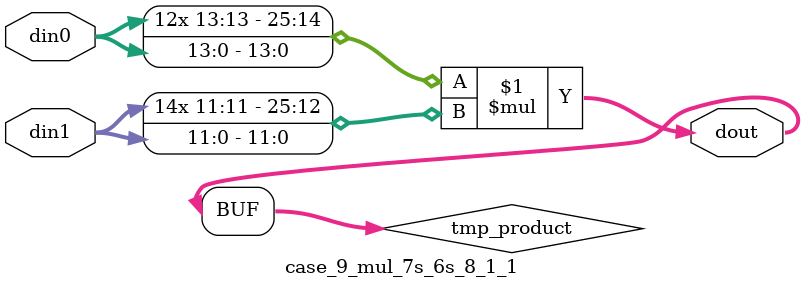
<source format=v>

`timescale 1 ns / 1 ps

 module case_9_mul_7s_6s_8_1_1(din0, din1, dout);
parameter ID = 1;
parameter NUM_STAGE = 0;
parameter din0_WIDTH = 14;
parameter din1_WIDTH = 12;
parameter dout_WIDTH = 26;

input [din0_WIDTH - 1 : 0] din0; 
input [din1_WIDTH - 1 : 0] din1; 
output [dout_WIDTH - 1 : 0] dout;

wire signed [dout_WIDTH - 1 : 0] tmp_product;



























assign tmp_product = $signed(din0) * $signed(din1);








assign dout = tmp_product;





















endmodule

</source>
